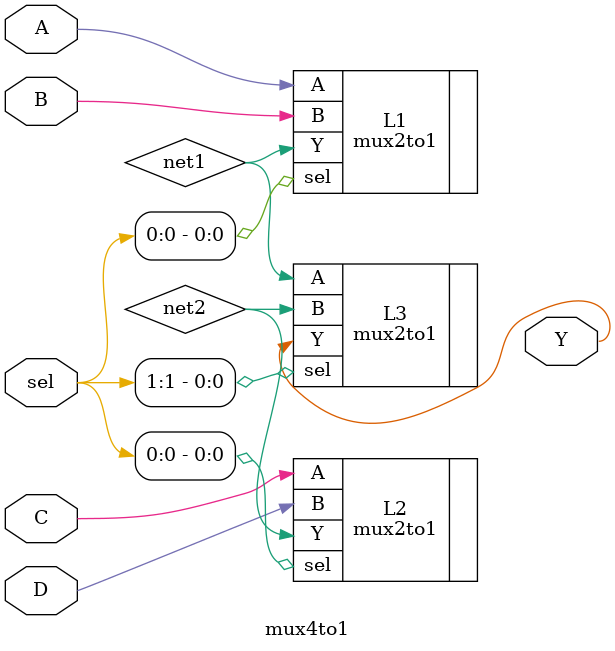
<source format=sv>
module mux4to1(
    input A,
    input B,
    input C,
    input D,
    input [1:0] sel, // sel[1] and sel[0]
    output Y
    );
    
    wire net1;
    wire net2;
    
    // Instantiates 3 of 2-to-1 multiplexors and connect them together
    mux2to1 L1(
        .A(A),
        .B(B),
        .sel(sel[0]),
        .Y(net1)
    );
    
    mux2to1 L2(
            .A(C),
            .B(D),
            .sel(sel[0]),
            .Y(net2)
    );
    
    mux2to1 L3(
                .A(net1),
                .B(net2),
                .sel(sel[1]),
                .Y(Y)
    );
    
endmodule
</source>
